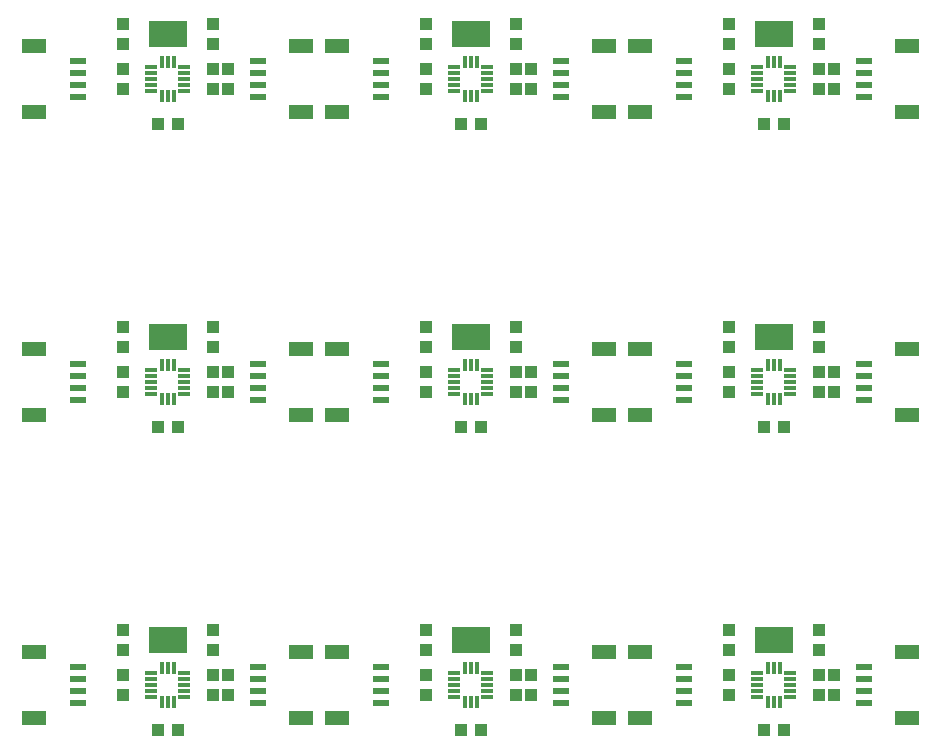
<source format=gtp>
G75*
%MOIN*%
%OFA0B0*%
%FSLAX25Y25*%
%IPPOS*%
%LPD*%
%AMOC8*
5,1,8,0,0,1.08239X$1,22.5*
%
%ADD10R,0.03937X0.04331*%
%ADD11R,0.13000X0.08800*%
%ADD12R,0.07874X0.04724*%
%ADD13R,0.05315X0.02362*%
%ADD14R,0.03937X0.01181*%
%ADD15R,0.01181X0.03937*%
%ADD16R,0.04331X0.03937*%
D10*
X0089514Y0081618D03*
X0089514Y0088311D03*
X0089514Y0096618D03*
X0089514Y0103311D03*
X0119514Y0103311D03*
X0119514Y0096618D03*
X0119514Y0088311D03*
X0124514Y0088311D03*
X0124514Y0081618D03*
X0119514Y0081618D03*
X0190519Y0081618D03*
X0190519Y0088311D03*
X0190519Y0096618D03*
X0190519Y0103311D03*
X0220519Y0103311D03*
X0220519Y0096618D03*
X0220519Y0088311D03*
X0225519Y0088311D03*
X0225519Y0081618D03*
X0220519Y0081618D03*
X0291524Y0081618D03*
X0291524Y0088311D03*
X0291524Y0096618D03*
X0291524Y0103311D03*
X0321524Y0103311D03*
X0321524Y0096618D03*
X0321524Y0088311D03*
X0326524Y0088311D03*
X0326524Y0081618D03*
X0321524Y0081618D03*
X0321524Y0182623D03*
X0326524Y0182623D03*
X0326524Y0189316D03*
X0321524Y0189316D03*
X0321524Y0197623D03*
X0321524Y0204316D03*
X0291524Y0204316D03*
X0291524Y0197623D03*
X0291524Y0189316D03*
X0291524Y0182623D03*
X0225519Y0182623D03*
X0220519Y0182623D03*
X0220519Y0189316D03*
X0225519Y0189316D03*
X0220519Y0197623D03*
X0220519Y0204316D03*
X0190519Y0204316D03*
X0190519Y0197623D03*
X0190519Y0189316D03*
X0190519Y0182623D03*
X0124514Y0182623D03*
X0119514Y0182623D03*
X0119514Y0189316D03*
X0124514Y0189316D03*
X0119514Y0197623D03*
X0119514Y0204316D03*
X0089514Y0204316D03*
X0089514Y0197623D03*
X0089514Y0189316D03*
X0089514Y0182623D03*
X0089514Y0283628D03*
X0089514Y0290320D03*
X0089514Y0298628D03*
X0089514Y0305320D03*
X0119514Y0305320D03*
X0119514Y0298628D03*
X0119514Y0290320D03*
X0124514Y0290320D03*
X0124514Y0283628D03*
X0119514Y0283628D03*
X0190519Y0283628D03*
X0190519Y0290320D03*
X0190519Y0298628D03*
X0190519Y0305320D03*
X0220519Y0305320D03*
X0220519Y0298628D03*
X0220519Y0290320D03*
X0225519Y0290320D03*
X0225519Y0283628D03*
X0220519Y0283628D03*
X0291524Y0283628D03*
X0291524Y0290320D03*
X0291524Y0298628D03*
X0291524Y0305320D03*
X0321524Y0305320D03*
X0321524Y0298628D03*
X0321524Y0290320D03*
X0326524Y0290320D03*
X0326524Y0283628D03*
X0321524Y0283628D03*
D11*
X0306524Y0301974D03*
X0205519Y0301974D03*
X0104514Y0301974D03*
X0104514Y0200969D03*
X0205519Y0200969D03*
X0306524Y0200969D03*
X0306524Y0099965D03*
X0205519Y0099965D03*
X0104514Y0099965D03*
D12*
X0060046Y0073941D03*
X0060046Y0095988D03*
X0148983Y0095988D03*
X0161051Y0095988D03*
X0161051Y0073941D03*
X0148983Y0073941D03*
X0249988Y0073941D03*
X0262055Y0073941D03*
X0262055Y0095988D03*
X0249988Y0095988D03*
X0350992Y0095988D03*
X0350992Y0073941D03*
X0350992Y0174946D03*
X0350992Y0196993D03*
X0262055Y0196993D03*
X0249988Y0196993D03*
X0249988Y0174946D03*
X0262055Y0174946D03*
X0161051Y0174946D03*
X0148983Y0174946D03*
X0148983Y0196993D03*
X0161051Y0196993D03*
X0060046Y0196993D03*
X0060046Y0174946D03*
X0060046Y0275950D03*
X0060046Y0297998D03*
X0148983Y0297998D03*
X0161051Y0297998D03*
X0161051Y0275950D03*
X0148983Y0275950D03*
X0249988Y0275950D03*
X0262055Y0275950D03*
X0262055Y0297998D03*
X0249988Y0297998D03*
X0350992Y0297998D03*
X0350992Y0275950D03*
D13*
X0336524Y0281069D03*
X0336524Y0285006D03*
X0336524Y0288943D03*
X0336524Y0292880D03*
X0276524Y0292880D03*
X0276524Y0288943D03*
X0276524Y0285006D03*
X0276524Y0281069D03*
X0235519Y0281069D03*
X0235519Y0285006D03*
X0235519Y0288943D03*
X0235519Y0292880D03*
X0175519Y0292880D03*
X0175519Y0288943D03*
X0175519Y0285006D03*
X0175519Y0281069D03*
X0134514Y0281069D03*
X0134514Y0285006D03*
X0134514Y0288943D03*
X0134514Y0292880D03*
X0074514Y0292880D03*
X0074514Y0288943D03*
X0074514Y0285006D03*
X0074514Y0281069D03*
X0074514Y0191875D03*
X0074514Y0187938D03*
X0074514Y0184001D03*
X0074514Y0180064D03*
X0134514Y0180064D03*
X0134514Y0184001D03*
X0134514Y0187938D03*
X0134514Y0191875D03*
X0175519Y0191875D03*
X0175519Y0187938D03*
X0175519Y0184001D03*
X0175519Y0180064D03*
X0235519Y0180064D03*
X0235519Y0184001D03*
X0235519Y0187938D03*
X0235519Y0191875D03*
X0276524Y0191875D03*
X0276524Y0187938D03*
X0276524Y0184001D03*
X0276524Y0180064D03*
X0336524Y0180064D03*
X0336524Y0184001D03*
X0336524Y0187938D03*
X0336524Y0191875D03*
X0336524Y0090870D03*
X0336524Y0086933D03*
X0336524Y0082996D03*
X0336524Y0079059D03*
X0276524Y0079059D03*
X0276524Y0082996D03*
X0276524Y0086933D03*
X0276524Y0090870D03*
X0235519Y0090870D03*
X0235519Y0086933D03*
X0235519Y0082996D03*
X0235519Y0079059D03*
X0175519Y0079059D03*
X0175519Y0082996D03*
X0175519Y0086933D03*
X0175519Y0090870D03*
X0134514Y0090870D03*
X0134514Y0086933D03*
X0134514Y0082996D03*
X0134514Y0079059D03*
X0074514Y0079059D03*
X0074514Y0082996D03*
X0074514Y0086933D03*
X0074514Y0090870D03*
D14*
X0098904Y0088902D03*
X0098904Y0086933D03*
X0098904Y0084965D03*
X0098904Y0082996D03*
X0098904Y0081028D03*
X0110125Y0081028D03*
X0110125Y0082996D03*
X0110125Y0084965D03*
X0110125Y0086933D03*
X0110125Y0088902D03*
X0199909Y0088902D03*
X0199909Y0086933D03*
X0199909Y0084965D03*
X0199909Y0082996D03*
X0199909Y0081028D03*
X0211129Y0081028D03*
X0211129Y0082996D03*
X0211129Y0084965D03*
X0211129Y0086933D03*
X0211129Y0088902D03*
X0300914Y0088902D03*
X0300914Y0086933D03*
X0300914Y0084965D03*
X0300914Y0082996D03*
X0300914Y0081028D03*
X0312134Y0081028D03*
X0312134Y0082996D03*
X0312134Y0084965D03*
X0312134Y0086933D03*
X0312134Y0088902D03*
X0312134Y0182032D03*
X0312134Y0184001D03*
X0312134Y0185969D03*
X0312134Y0187938D03*
X0312134Y0189906D03*
X0300914Y0189906D03*
X0300914Y0187938D03*
X0300914Y0185969D03*
X0300914Y0184001D03*
X0300914Y0182032D03*
X0211129Y0182032D03*
X0211129Y0184001D03*
X0211129Y0185969D03*
X0211129Y0187938D03*
X0211129Y0189906D03*
X0199909Y0189906D03*
X0199909Y0187938D03*
X0199909Y0185969D03*
X0199909Y0184001D03*
X0199909Y0182032D03*
X0110125Y0182032D03*
X0110125Y0184001D03*
X0110125Y0185969D03*
X0110125Y0187938D03*
X0110125Y0189906D03*
X0098904Y0189906D03*
X0098904Y0187938D03*
X0098904Y0185969D03*
X0098904Y0184001D03*
X0098904Y0182032D03*
X0098904Y0283037D03*
X0098904Y0285006D03*
X0098904Y0286974D03*
X0098904Y0288943D03*
X0098904Y0290911D03*
X0110125Y0290911D03*
X0110125Y0288943D03*
X0110125Y0286974D03*
X0110125Y0285006D03*
X0110125Y0283037D03*
X0199909Y0283037D03*
X0199909Y0285006D03*
X0199909Y0286974D03*
X0199909Y0288943D03*
X0199909Y0290911D03*
X0211129Y0290911D03*
X0211129Y0288943D03*
X0211129Y0286974D03*
X0211129Y0285006D03*
X0211129Y0283037D03*
X0300914Y0283037D03*
X0300914Y0285006D03*
X0300914Y0286974D03*
X0300914Y0288943D03*
X0300914Y0290911D03*
X0312134Y0290911D03*
X0312134Y0288943D03*
X0312134Y0286974D03*
X0312134Y0285006D03*
X0312134Y0283037D03*
D15*
X0308492Y0281364D03*
X0306524Y0281364D03*
X0304555Y0281364D03*
X0304555Y0292584D03*
X0306524Y0292584D03*
X0308492Y0292584D03*
X0207488Y0292584D03*
X0205519Y0292584D03*
X0203551Y0292584D03*
X0203551Y0281364D03*
X0205519Y0281364D03*
X0207488Y0281364D03*
X0106483Y0281364D03*
X0104514Y0281364D03*
X0102546Y0281364D03*
X0102546Y0292584D03*
X0104514Y0292584D03*
X0106483Y0292584D03*
X0106483Y0191580D03*
X0104514Y0191580D03*
X0102546Y0191580D03*
X0102546Y0180359D03*
X0104514Y0180359D03*
X0106483Y0180359D03*
X0203551Y0180359D03*
X0205519Y0180359D03*
X0207488Y0180359D03*
X0207488Y0191580D03*
X0205519Y0191580D03*
X0203551Y0191580D03*
X0304555Y0191580D03*
X0306524Y0191580D03*
X0308492Y0191580D03*
X0308492Y0180359D03*
X0306524Y0180359D03*
X0304555Y0180359D03*
X0304555Y0090575D03*
X0306524Y0090575D03*
X0308492Y0090575D03*
X0308492Y0079354D03*
X0306524Y0079354D03*
X0304555Y0079354D03*
X0207488Y0079354D03*
X0205519Y0079354D03*
X0203551Y0079354D03*
X0203551Y0090575D03*
X0205519Y0090575D03*
X0207488Y0090575D03*
X0106483Y0090575D03*
X0104514Y0090575D03*
X0102546Y0090575D03*
X0102546Y0079354D03*
X0104514Y0079354D03*
X0106483Y0079354D03*
D16*
X0107861Y0069965D03*
X0101168Y0069965D03*
X0202173Y0069965D03*
X0208866Y0069965D03*
X0303177Y0069965D03*
X0309870Y0069965D03*
X0309870Y0170969D03*
X0303177Y0170969D03*
X0208866Y0170969D03*
X0202173Y0170969D03*
X0107861Y0170969D03*
X0101168Y0170969D03*
X0101168Y0271974D03*
X0107861Y0271974D03*
X0202173Y0271974D03*
X0208866Y0271974D03*
X0303177Y0271974D03*
X0309870Y0271974D03*
M02*

</source>
